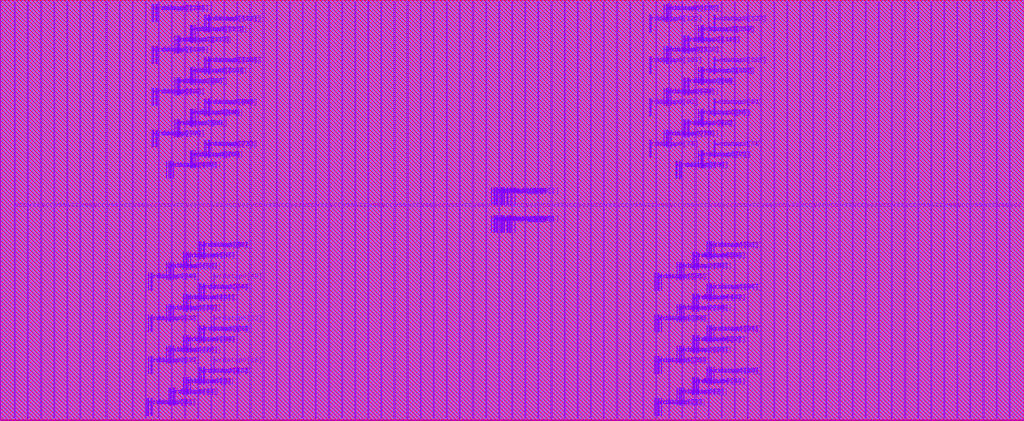
<source format=lef>
VERSION 5.8 ;
BUSBITCHARS "[]" ;
DIVIDERCHAR "/" ;

UNITS
  DATABASE MICRONS 4000 ;
END UNITS

MANUFACTURINGGRID 0.0005 ;

MACRO arf124b192e1r1w0cbbehcaa4acw
  CLASS BLOCK ;
  ORIGIN 0 0 ;
  FOREIGN arf124b192e1r1w0cbbehcaa4acw 0 0 ;
  SIZE 70.2 BY 28.8 ;
  PIN ckrdp0
    DIRECTION INPUT ;
    USE SIGNAL ;
    PORT
      LAYER m7 ;
        RECT 33.644 14.76 33.688 15.96 ;
    END
  END ckrdp0
  PIN ckwrp0
    DIRECTION INPUT ;
    USE SIGNAL ;
    PORT
      LAYER m7 ;
        RECT 33.644 12.84 33.688 14.04 ;
    END
  END ckwrp0
  PIN rdaddrp0[0]
    DIRECTION INPUT ;
    USE SIGNAL ;
    PORT
      LAYER m7 ;
        RECT 34.796 14.76 34.84 15.96 ;
    END
  END rdaddrp0[0]
  PIN rdaddrp0[1]
    DIRECTION INPUT ;
    USE SIGNAL ;
    PORT
      LAYER m7 ;
        RECT 34.972 14.76 35.016 15.96 ;
    END
  END rdaddrp0[1]
  PIN rdaddrp0[2]
    DIRECTION INPUT ;
    USE SIGNAL ;
    PORT
      LAYER m7 ;
        RECT 35.272 14.76 35.316 15.96 ;
    END
  END rdaddrp0[2]
  PIN rdaddrp0[3]
    DIRECTION INPUT ;
    USE SIGNAL ;
    PORT
      LAYER m7 ;
        RECT 33.812 14.76 33.856 15.96 ;
    END
  END rdaddrp0[3]
  PIN rdaddrp0[4]
    DIRECTION INPUT ;
    USE SIGNAL ;
    PORT
      LAYER m7 ;
        RECT 33.984 14.76 34.028 15.96 ;
    END
  END rdaddrp0[4]
  PIN rdaddrp0[5]
    DIRECTION INPUT ;
    USE SIGNAL ;
    PORT
      LAYER m7 ;
        RECT 34.284 14.76 34.328 15.96 ;
    END
  END rdaddrp0[5]
  PIN rdaddrp0[6]
    DIRECTION INPUT ;
    USE SIGNAL ;
    PORT
      LAYER m7 ;
        RECT 34.46 14.76 34.504 15.96 ;
    END
  END rdaddrp0[6]
  PIN rdaddrp0[7]
    DIRECTION INPUT ;
    USE SIGNAL ;
    PORT
      LAYER m7 ;
        RECT 34.712 14.76 34.756 15.96 ;
    END
  END rdaddrp0[7]
  PIN rdaddrp0_fd
    DIRECTION INPUT ;
    USE SIGNAL ;
    PORT
      LAYER m7 ;
        RECT 33.896 14.76 33.94 15.96 ;
    END
  END rdaddrp0_fd
  PIN rdaddrp0_rd
    DIRECTION INPUT ;
    USE SIGNAL ;
    PORT
      LAYER m7 ;
        RECT 34.072 14.76 34.116 15.96 ;
    END
  END rdaddrp0_rd
  PIN rddatap0[0]
    DIRECTION OUTPUT ;
    USE SIGNAL ;
    PORT
      LAYER m7 ;
        RECT 10.244 0.24 10.288 1.44 ;
    END
  END rddatap0[0]
  PIN rddatap0[100]
    DIRECTION OUTPUT ;
    USE SIGNAL ;
    PORT
      LAYER m7 ;
        RECT 13.112 23.04 13.156 24.24 ;
    END
  END rddatap0[100]
  PIN rddatap0[101]
    DIRECTION OUTPUT ;
    USE SIGNAL ;
    PORT
      LAYER m7 ;
        RECT 13.284 23.04 13.328 24.24 ;
    END
  END rddatap0[101]
  PIN rddatap0[102]
    DIRECTION OUTPUT ;
    USE SIGNAL ;
    PORT
      LAYER m7 ;
        RECT 48.128 23.04 48.172 24.24 ;
    END
  END rddatap0[102]
  PIN rddatap0[103]
    DIRECTION OUTPUT ;
    USE SIGNAL ;
    PORT
      LAYER m7 ;
        RECT 48.212 23.04 48.256 24.24 ;
    END
  END rddatap0[103]
  PIN rddatap0[104]
    DIRECTION OUTPUT ;
    USE SIGNAL ;
    PORT
      LAYER m7 ;
        RECT 14.184 23.76 14.228 24.96 ;
    END
  END rddatap0[104]
  PIN rddatap0[105]
    DIRECTION OUTPUT ;
    USE SIGNAL ;
    PORT
      LAYER m7 ;
        RECT 14.272 23.76 14.316 24.96 ;
    END
  END rddatap0[105]
  PIN rddatap0[106]
    DIRECTION OUTPUT ;
    USE SIGNAL ;
    PORT
      LAYER m7 ;
        RECT 44.528 23.76 44.572 24.96 ;
    END
  END rddatap0[106]
  PIN rddatap0[107]
    DIRECTION OUTPUT ;
    USE SIGNAL ;
    PORT
      LAYER m7 ;
        RECT 44.612 23.76 44.656 24.96 ;
    END
  END rddatap0[107]
  PIN rddatap0[108]
    DIRECTION OUTPUT ;
    USE SIGNAL ;
    PORT
      LAYER m7 ;
        RECT 10.584 24.48 10.628 25.68 ;
    END
  END rddatap0[108]
  PIN rddatap0[109]
    DIRECTION OUTPUT ;
    USE SIGNAL ;
    PORT
      LAYER m7 ;
        RECT 10.672 24.48 10.716 25.68 ;
    END
  END rddatap0[109]
  PIN rddatap0[10]
    DIRECTION OUTPUT ;
    USE SIGNAL ;
    PORT
      LAYER m7 ;
        RECT 47.784 1.68 47.828 2.88 ;
    END
  END rddatap0[10]
  PIN rddatap0[110]
    DIRECTION OUTPUT ;
    USE SIGNAL ;
    PORT
      LAYER m7 ;
        RECT 45.772 24.48 45.816 25.68 ;
    END
  END rddatap0[110]
  PIN rddatap0[111]
    DIRECTION OUTPUT ;
    USE SIGNAL ;
    PORT
      LAYER m7 ;
        RECT 45.984 24.48 46.028 25.68 ;
    END
  END rddatap0[111]
  PIN rddatap0[112]
    DIRECTION OUTPUT ;
    USE SIGNAL ;
    PORT
      LAYER m7 ;
        RECT 12.128 25.2 12.172 26.4 ;
    END
  END rddatap0[112]
  PIN rddatap0[113]
    DIRECTION OUTPUT ;
    USE SIGNAL ;
    PORT
      LAYER m7 ;
        RECT 12.212 25.2 12.256 26.4 ;
    END
  END rddatap0[113]
  PIN rddatap0[114]
    DIRECTION OUTPUT ;
    USE SIGNAL ;
    PORT
      LAYER m7 ;
        RECT 47.144 25.2 47.188 26.4 ;
    END
  END rddatap0[114]
  PIN rddatap0[115]
    DIRECTION OUTPUT ;
    USE SIGNAL ;
    PORT
      LAYER m7 ;
        RECT 47.228 25.2 47.272 26.4 ;
    END
  END rddatap0[115]
  PIN rddatap0[116]
    DIRECTION OUTPUT ;
    USE SIGNAL ;
    PORT
      LAYER m7 ;
        RECT 13.112 25.92 13.156 27.12 ;
    END
  END rddatap0[116]
  PIN rddatap0[117]
    DIRECTION OUTPUT ;
    USE SIGNAL ;
    PORT
      LAYER m7 ;
        RECT 13.284 25.92 13.328 27.12 ;
    END
  END rddatap0[117]
  PIN rddatap0[118]
    DIRECTION OUTPUT ;
    USE SIGNAL ;
    PORT
      LAYER m7 ;
        RECT 48.128 25.92 48.172 27.12 ;
    END
  END rddatap0[118]
  PIN rddatap0[119]
    DIRECTION OUTPUT ;
    USE SIGNAL ;
    PORT
      LAYER m7 ;
        RECT 48.212 25.92 48.256 27.12 ;
    END
  END rddatap0[119]
  PIN rddatap0[11]
    DIRECTION OUTPUT ;
    USE SIGNAL ;
    PORT
      LAYER m7 ;
        RECT 47.872 1.68 47.916 2.88 ;
    END
  END rddatap0[11]
  PIN rddatap0[120]
    DIRECTION OUTPUT ;
    USE SIGNAL ;
    PORT
      LAYER m7 ;
        RECT 14.184 26.64 14.228 27.84 ;
    END
  END rddatap0[120]
  PIN rddatap0[121]
    DIRECTION OUTPUT ;
    USE SIGNAL ;
    PORT
      LAYER m7 ;
        RECT 14.272 26.64 14.316 27.84 ;
    END
  END rddatap0[121]
  PIN rddatap0[122]
    DIRECTION OUTPUT ;
    USE SIGNAL ;
    PORT
      LAYER m7 ;
        RECT 44.528 26.64 44.572 27.84 ;
    END
  END rddatap0[122]
  PIN rddatap0[123]
    DIRECTION OUTPUT ;
    USE SIGNAL ;
    PORT
      LAYER m7 ;
        RECT 44.612 26.64 44.656 27.84 ;
    END
  END rddatap0[123]
  PIN rddatap0[124]
    DIRECTION OUTPUT ;
    USE SIGNAL ;
    PORT
      LAYER m7 ;
        RECT 10.584 27.36 10.628 28.56 ;
    END
  END rddatap0[124]
  PIN rddatap0[125]
    DIRECTION OUTPUT ;
    USE SIGNAL ;
    PORT
      LAYER m7 ;
        RECT 10.672 27.36 10.716 28.56 ;
    END
  END rddatap0[125]
  PIN rddatap0[126]
    DIRECTION OUTPUT ;
    USE SIGNAL ;
    PORT
      LAYER m7 ;
        RECT 45.772 27.36 45.816 28.56 ;
    END
  END rddatap0[126]
  PIN rddatap0[127]
    DIRECTION OUTPUT ;
    USE SIGNAL ;
    PORT
      LAYER m7 ;
        RECT 45.984 27.36 46.028 28.56 ;
    END
  END rddatap0[127]
  PIN rddatap0[12]
    DIRECTION OUTPUT ;
    USE SIGNAL ;
    PORT
      LAYER m7 ;
        RECT 13.844 2.4 13.888 3.6 ;
    END
  END rddatap0[12]
  PIN rddatap0[13]
    DIRECTION OUTPUT ;
    USE SIGNAL ;
    PORT
      LAYER m7 ;
        RECT 13.928 2.4 13.972 3.6 ;
    END
  END rddatap0[13]
  PIN rddatap0[14]
    DIRECTION OUTPUT ;
    USE SIGNAL ;
    PORT
      LAYER m7 ;
        RECT 48.772 2.4 48.816 3.6 ;
    END
  END rddatap0[14]
  PIN rddatap0[15]
    DIRECTION OUTPUT ;
    USE SIGNAL ;
    PORT
      LAYER m7 ;
        RECT 48.944 2.4 48.988 3.6 ;
    END
  END rddatap0[15]
  PIN rddatap0[16]
    DIRECTION OUTPUT ;
    USE SIGNAL ;
    PORT
      LAYER m7 ;
        RECT 10.244 3.12 10.288 4.32 ;
    END
  END rddatap0[16]
  PIN rddatap0[17]
    DIRECTION OUTPUT ;
    USE SIGNAL ;
    PORT
      LAYER m7 ;
        RECT 10.328 3.12 10.372 4.32 ;
    END
  END rddatap0[17]
  PIN rddatap0[18]
    DIRECTION OUTPUT ;
    USE SIGNAL ;
    PORT
      LAYER m7 ;
        RECT 45.172 3.12 45.216 4.32 ;
    END
  END rddatap0[18]
  PIN rddatap0[19]
    DIRECTION OUTPUT ;
    USE SIGNAL ;
    PORT
      LAYER m7 ;
        RECT 45.344 3.12 45.388 4.32 ;
    END
  END rddatap0[19]
  PIN rddatap0[1]
    DIRECTION OUTPUT ;
    USE SIGNAL ;
    PORT
      LAYER m7 ;
        RECT 10.328 0.24 10.372 1.44 ;
    END
  END rddatap0[1]
  PIN rddatap0[20]
    DIRECTION OUTPUT ;
    USE SIGNAL ;
    PORT
      LAYER m7 ;
        RECT 11.572 3.84 11.616 5.04 ;
    END
  END rddatap0[20]
  PIN rddatap0[21]
    DIRECTION OUTPUT ;
    USE SIGNAL ;
    PORT
      LAYER m7 ;
        RECT 11.784 3.84 11.828 5.04 ;
    END
  END rddatap0[21]
  PIN rddatap0[22]
    DIRECTION OUTPUT ;
    USE SIGNAL ;
    PORT
      LAYER m7 ;
        RECT 46.672 3.84 46.716 5.04 ;
    END
  END rddatap0[22]
  PIN rddatap0[23]
    DIRECTION OUTPUT ;
    USE SIGNAL ;
    PORT
      LAYER m7 ;
        RECT 46.884 3.84 46.928 5.04 ;
    END
  END rddatap0[23]
  PIN rddatap0[24]
    DIRECTION OUTPUT ;
    USE SIGNAL ;
    PORT
      LAYER m7 ;
        RECT 12.772 4.56 12.816 5.76 ;
    END
  END rddatap0[24]
  PIN rddatap0[25]
    DIRECTION OUTPUT ;
    USE SIGNAL ;
    PORT
      LAYER m7 ;
        RECT 12.944 4.56 12.988 5.76 ;
    END
  END rddatap0[25]
  PIN rddatap0[26]
    DIRECTION OUTPUT ;
    USE SIGNAL ;
    PORT
      LAYER m7 ;
        RECT 47.784 4.56 47.828 5.76 ;
    END
  END rddatap0[26]
  PIN rddatap0[27]
    DIRECTION OUTPUT ;
    USE SIGNAL ;
    PORT
      LAYER m7 ;
        RECT 47.872 4.56 47.916 5.76 ;
    END
  END rddatap0[27]
  PIN rddatap0[28]
    DIRECTION OUTPUT ;
    USE SIGNAL ;
    PORT
      LAYER m7 ;
        RECT 13.844 5.28 13.888 6.48 ;
    END
  END rddatap0[28]
  PIN rddatap0[29]
    DIRECTION OUTPUT ;
    USE SIGNAL ;
    PORT
      LAYER m7 ;
        RECT 13.928 5.28 13.972 6.48 ;
    END
  END rddatap0[29]
  PIN rddatap0[2]
    DIRECTION OUTPUT ;
    USE SIGNAL ;
    PORT
      LAYER m7 ;
        RECT 45.172 0.24 45.216 1.44 ;
    END
  END rddatap0[2]
  PIN rddatap0[30]
    DIRECTION OUTPUT ;
    USE SIGNAL ;
    PORT
      LAYER m7 ;
        RECT 48.772 5.28 48.816 6.48 ;
    END
  END rddatap0[30]
  PIN rddatap0[31]
    DIRECTION OUTPUT ;
    USE SIGNAL ;
    PORT
      LAYER m7 ;
        RECT 48.944 5.28 48.988 6.48 ;
    END
  END rddatap0[31]
  PIN rddatap0[32]
    DIRECTION OUTPUT ;
    USE SIGNAL ;
    PORT
      LAYER m7 ;
        RECT 10.244 6 10.288 7.2 ;
    END
  END rddatap0[32]
  PIN rddatap0[33]
    DIRECTION OUTPUT ;
    USE SIGNAL ;
    PORT
      LAYER m7 ;
        RECT 10.328 6 10.372 7.2 ;
    END
  END rddatap0[33]
  PIN rddatap0[34]
    DIRECTION OUTPUT ;
    USE SIGNAL ;
    PORT
      LAYER m7 ;
        RECT 45.172 6 45.216 7.2 ;
    END
  END rddatap0[34]
  PIN rddatap0[35]
    DIRECTION OUTPUT ;
    USE SIGNAL ;
    PORT
      LAYER m7 ;
        RECT 45.344 6 45.388 7.2 ;
    END
  END rddatap0[35]
  PIN rddatap0[36]
    DIRECTION OUTPUT ;
    USE SIGNAL ;
    PORT
      LAYER m7 ;
        RECT 11.572 6.72 11.616 7.92 ;
    END
  END rddatap0[36]
  PIN rddatap0[37]
    DIRECTION OUTPUT ;
    USE SIGNAL ;
    PORT
      LAYER m7 ;
        RECT 11.784 6.72 11.828 7.92 ;
    END
  END rddatap0[37]
  PIN rddatap0[38]
    DIRECTION OUTPUT ;
    USE SIGNAL ;
    PORT
      LAYER m7 ;
        RECT 46.672 6.72 46.716 7.92 ;
    END
  END rddatap0[38]
  PIN rddatap0[39]
    DIRECTION OUTPUT ;
    USE SIGNAL ;
    PORT
      LAYER m7 ;
        RECT 46.884 6.72 46.928 7.92 ;
    END
  END rddatap0[39]
  PIN rddatap0[3]
    DIRECTION OUTPUT ;
    USE SIGNAL ;
    PORT
      LAYER m7 ;
        RECT 45.344 0.24 45.388 1.44 ;
    END
  END rddatap0[3]
  PIN rddatap0[40]
    DIRECTION OUTPUT ;
    USE SIGNAL ;
    PORT
      LAYER m7 ;
        RECT 12.772 7.44 12.816 8.64 ;
    END
  END rddatap0[40]
  PIN rddatap0[41]
    DIRECTION OUTPUT ;
    USE SIGNAL ;
    PORT
      LAYER m7 ;
        RECT 12.944 7.44 12.988 8.64 ;
    END
  END rddatap0[41]
  PIN rddatap0[42]
    DIRECTION OUTPUT ;
    USE SIGNAL ;
    PORT
      LAYER m7 ;
        RECT 47.784 7.44 47.828 8.64 ;
    END
  END rddatap0[42]
  PIN rddatap0[43]
    DIRECTION OUTPUT ;
    USE SIGNAL ;
    PORT
      LAYER m7 ;
        RECT 47.872 7.44 47.916 8.64 ;
    END
  END rddatap0[43]
  PIN rddatap0[44]
    DIRECTION OUTPUT ;
    USE SIGNAL ;
    PORT
      LAYER m7 ;
        RECT 13.844 8.16 13.888 9.36 ;
    END
  END rddatap0[44]
  PIN rddatap0[45]
    DIRECTION OUTPUT ;
    USE SIGNAL ;
    PORT
      LAYER m7 ;
        RECT 13.928 8.16 13.972 9.36 ;
    END
  END rddatap0[45]
  PIN rddatap0[46]
    DIRECTION OUTPUT ;
    USE SIGNAL ;
    PORT
      LAYER m7 ;
        RECT 48.772 8.16 48.816 9.36 ;
    END
  END rddatap0[46]
  PIN rddatap0[47]
    DIRECTION OUTPUT ;
    USE SIGNAL ;
    PORT
      LAYER m7 ;
        RECT 48.944 8.16 48.988 9.36 ;
    END
  END rddatap0[47]
  PIN rddatap0[48]
    DIRECTION OUTPUT ;
    USE SIGNAL ;
    PORT
      LAYER m7 ;
        RECT 10.244 8.88 10.288 10.08 ;
    END
  END rddatap0[48]
  PIN rddatap0[49]
    DIRECTION OUTPUT ;
    USE SIGNAL ;
    PORT
      LAYER m7 ;
        RECT 10.328 8.88 10.372 10.08 ;
    END
  END rddatap0[49]
  PIN rddatap0[4]
    DIRECTION OUTPUT ;
    USE SIGNAL ;
    PORT
      LAYER m7 ;
        RECT 11.784 0.96 11.828 2.16 ;
    END
  END rddatap0[4]
  PIN rddatap0[50]
    DIRECTION OUTPUT ;
    USE SIGNAL ;
    PORT
      LAYER m7 ;
        RECT 45.172 8.88 45.216 10.08 ;
    END
  END rddatap0[50]
  PIN rddatap0[51]
    DIRECTION OUTPUT ;
    USE SIGNAL ;
    PORT
      LAYER m7 ;
        RECT 45.344 8.88 45.388 10.08 ;
    END
  END rddatap0[51]
  PIN rddatap0[52]
    DIRECTION OUTPUT ;
    USE SIGNAL ;
    PORT
      LAYER m7 ;
        RECT 11.572 9.6 11.616 10.8 ;
    END
  END rddatap0[52]
  PIN rddatap0[53]
    DIRECTION OUTPUT ;
    USE SIGNAL ;
    PORT
      LAYER m7 ;
        RECT 11.784 9.6 11.828 10.8 ;
    END
  END rddatap0[53]
  PIN rddatap0[54]
    DIRECTION OUTPUT ;
    USE SIGNAL ;
    PORT
      LAYER m7 ;
        RECT 46.672 9.6 46.716 10.8 ;
    END
  END rddatap0[54]
  PIN rddatap0[55]
    DIRECTION OUTPUT ;
    USE SIGNAL ;
    PORT
      LAYER m7 ;
        RECT 46.884 9.6 46.928 10.8 ;
    END
  END rddatap0[55]
  PIN rddatap0[56]
    DIRECTION OUTPUT ;
    USE SIGNAL ;
    PORT
      LAYER m7 ;
        RECT 12.772 10.32 12.816 11.52 ;
    END
  END rddatap0[56]
  PIN rddatap0[57]
    DIRECTION OUTPUT ;
    USE SIGNAL ;
    PORT
      LAYER m7 ;
        RECT 12.944 10.32 12.988 11.52 ;
    END
  END rddatap0[57]
  PIN rddatap0[58]
    DIRECTION OUTPUT ;
    USE SIGNAL ;
    PORT
      LAYER m7 ;
        RECT 47.784 10.32 47.828 11.52 ;
    END
  END rddatap0[58]
  PIN rddatap0[59]
    DIRECTION OUTPUT ;
    USE SIGNAL ;
    PORT
      LAYER m7 ;
        RECT 47.872 10.32 47.916 11.52 ;
    END
  END rddatap0[59]
  PIN rddatap0[5]
    DIRECTION OUTPUT ;
    USE SIGNAL ;
    PORT
      LAYER m7 ;
        RECT 11.872 0.96 11.916 2.16 ;
    END
  END rddatap0[5]
  PIN rddatap0[60]
    DIRECTION OUTPUT ;
    USE SIGNAL ;
    PORT
      LAYER m7 ;
        RECT 13.844 11.04 13.888 12.24 ;
    END
  END rddatap0[60]
  PIN rddatap0[61]
    DIRECTION OUTPUT ;
    USE SIGNAL ;
    PORT
      LAYER m7 ;
        RECT 13.928 11.04 13.972 12.24 ;
    END
  END rddatap0[61]
  PIN rddatap0[62]
    DIRECTION OUTPUT ;
    USE SIGNAL ;
    PORT
      LAYER m7 ;
        RECT 48.772 11.04 48.816 12.24 ;
    END
  END rddatap0[62]
  PIN rddatap0[63]
    DIRECTION OUTPUT ;
    USE SIGNAL ;
    PORT
      LAYER m7 ;
        RECT 48.944 11.04 48.988 12.24 ;
    END
  END rddatap0[63]
  PIN rddatap0[64]
    DIRECTION OUTPUT ;
    USE SIGNAL ;
    PORT
      LAYER m7 ;
        RECT 11.572 16.56 11.616 17.76 ;
    END
  END rddatap0[64]
  PIN rddatap0[65]
    DIRECTION OUTPUT ;
    USE SIGNAL ;
    PORT
      LAYER m7 ;
        RECT 11.784 16.56 11.828 17.76 ;
    END
  END rddatap0[65]
  PIN rddatap0[66]
    DIRECTION OUTPUT ;
    USE SIGNAL ;
    PORT
      LAYER m7 ;
        RECT 46.584 16.56 46.628 17.76 ;
    END
  END rddatap0[66]
  PIN rddatap0[67]
    DIRECTION OUTPUT ;
    USE SIGNAL ;
    PORT
      LAYER m7 ;
        RECT 46.672 16.56 46.716 17.76 ;
    END
  END rddatap0[67]
  PIN rddatap0[68]
    DIRECTION OUTPUT ;
    USE SIGNAL ;
    PORT
      LAYER m7 ;
        RECT 13.112 17.28 13.156 18.48 ;
    END
  END rddatap0[68]
  PIN rddatap0[69]
    DIRECTION OUTPUT ;
    USE SIGNAL ;
    PORT
      LAYER m7 ;
        RECT 13.284 17.28 13.328 18.48 ;
    END
  END rddatap0[69]
  PIN rddatap0[6]
    DIRECTION OUTPUT ;
    USE SIGNAL ;
    PORT
      LAYER m7 ;
        RECT 46.672 0.96 46.716 2.16 ;
    END
  END rddatap0[6]
  PIN rddatap0[70]
    DIRECTION OUTPUT ;
    USE SIGNAL ;
    PORT
      LAYER m7 ;
        RECT 48.128 17.28 48.172 18.48 ;
    END
  END rddatap0[70]
  PIN rddatap0[71]
    DIRECTION OUTPUT ;
    USE SIGNAL ;
    PORT
      LAYER m7 ;
        RECT 48.212 17.28 48.256 18.48 ;
    END
  END rddatap0[71]
  PIN rddatap0[72]
    DIRECTION OUTPUT ;
    USE SIGNAL ;
    PORT
      LAYER m7 ;
        RECT 14.184 18 14.228 19.2 ;
    END
  END rddatap0[72]
  PIN rddatap0[73]
    DIRECTION OUTPUT ;
    USE SIGNAL ;
    PORT
      LAYER m7 ;
        RECT 14.272 18 14.316 19.2 ;
    END
  END rddatap0[73]
  PIN rddatap0[74]
    DIRECTION OUTPUT ;
    USE SIGNAL ;
    PORT
      LAYER m7 ;
        RECT 44.528 18 44.572 19.2 ;
    END
  END rddatap0[74]
  PIN rddatap0[75]
    DIRECTION OUTPUT ;
    USE SIGNAL ;
    PORT
      LAYER m7 ;
        RECT 44.612 18 44.656 19.2 ;
    END
  END rddatap0[75]
  PIN rddatap0[76]
    DIRECTION OUTPUT ;
    USE SIGNAL ;
    PORT
      LAYER m7 ;
        RECT 10.584 18.72 10.628 19.92 ;
    END
  END rddatap0[76]
  PIN rddatap0[77]
    DIRECTION OUTPUT ;
    USE SIGNAL ;
    PORT
      LAYER m7 ;
        RECT 10.672 18.72 10.716 19.92 ;
    END
  END rddatap0[77]
  PIN rddatap0[78]
    DIRECTION OUTPUT ;
    USE SIGNAL ;
    PORT
      LAYER m7 ;
        RECT 45.772 18.72 45.816 19.92 ;
    END
  END rddatap0[78]
  PIN rddatap0[79]
    DIRECTION OUTPUT ;
    USE SIGNAL ;
    PORT
      LAYER m7 ;
        RECT 45.984 18.72 46.028 19.92 ;
    END
  END rddatap0[79]
  PIN rddatap0[7]
    DIRECTION OUTPUT ;
    USE SIGNAL ;
    PORT
      LAYER m7 ;
        RECT 46.884 0.96 46.928 2.16 ;
    END
  END rddatap0[7]
  PIN rddatap0[80]
    DIRECTION OUTPUT ;
    USE SIGNAL ;
    PORT
      LAYER m7 ;
        RECT 12.128 19.44 12.172 20.64 ;
    END
  END rddatap0[80]
  PIN rddatap0[81]
    DIRECTION OUTPUT ;
    USE SIGNAL ;
    PORT
      LAYER m7 ;
        RECT 12.212 19.44 12.256 20.64 ;
    END
  END rddatap0[81]
  PIN rddatap0[82]
    DIRECTION OUTPUT ;
    USE SIGNAL ;
    PORT
      LAYER m7 ;
        RECT 47.144 19.44 47.188 20.64 ;
    END
  END rddatap0[82]
  PIN rddatap0[83]
    DIRECTION OUTPUT ;
    USE SIGNAL ;
    PORT
      LAYER m7 ;
        RECT 47.228 19.44 47.272 20.64 ;
    END
  END rddatap0[83]
  PIN rddatap0[84]
    DIRECTION OUTPUT ;
    USE SIGNAL ;
    PORT
      LAYER m7 ;
        RECT 13.112 20.16 13.156 21.36 ;
    END
  END rddatap0[84]
  PIN rddatap0[85]
    DIRECTION OUTPUT ;
    USE SIGNAL ;
    PORT
      LAYER m7 ;
        RECT 13.284 20.16 13.328 21.36 ;
    END
  END rddatap0[85]
  PIN rddatap0[86]
    DIRECTION OUTPUT ;
    USE SIGNAL ;
    PORT
      LAYER m7 ;
        RECT 48.128 20.16 48.172 21.36 ;
    END
  END rddatap0[86]
  PIN rddatap0[87]
    DIRECTION OUTPUT ;
    USE SIGNAL ;
    PORT
      LAYER m7 ;
        RECT 48.212 20.16 48.256 21.36 ;
    END
  END rddatap0[87]
  PIN rddatap0[88]
    DIRECTION OUTPUT ;
    USE SIGNAL ;
    PORT
      LAYER m7 ;
        RECT 14.184 20.88 14.228 22.08 ;
    END
  END rddatap0[88]
  PIN rddatap0[89]
    DIRECTION OUTPUT ;
    USE SIGNAL ;
    PORT
      LAYER m7 ;
        RECT 14.272 20.88 14.316 22.08 ;
    END
  END rddatap0[89]
  PIN rddatap0[8]
    DIRECTION OUTPUT ;
    USE SIGNAL ;
    PORT
      LAYER m7 ;
        RECT 12.772 1.68 12.816 2.88 ;
    END
  END rddatap0[8]
  PIN rddatap0[90]
    DIRECTION OUTPUT ;
    USE SIGNAL ;
    PORT
      LAYER m7 ;
        RECT 44.528 20.88 44.572 22.08 ;
    END
  END rddatap0[90]
  PIN rddatap0[91]
    DIRECTION OUTPUT ;
    USE SIGNAL ;
    PORT
      LAYER m7 ;
        RECT 44.612 20.88 44.656 22.08 ;
    END
  END rddatap0[91]
  PIN rddatap0[92]
    DIRECTION OUTPUT ;
    USE SIGNAL ;
    PORT
      LAYER m7 ;
        RECT 10.584 21.6 10.628 22.8 ;
    END
  END rddatap0[92]
  PIN rddatap0[93]
    DIRECTION OUTPUT ;
    USE SIGNAL ;
    PORT
      LAYER m7 ;
        RECT 10.672 21.6 10.716 22.8 ;
    END
  END rddatap0[93]
  PIN rddatap0[94]
    DIRECTION OUTPUT ;
    USE SIGNAL ;
    PORT
      LAYER m7 ;
        RECT 45.772 21.6 45.816 22.8 ;
    END
  END rddatap0[94]
  PIN rddatap0[95]
    DIRECTION OUTPUT ;
    USE SIGNAL ;
    PORT
      LAYER m7 ;
        RECT 45.984 21.6 46.028 22.8 ;
    END
  END rddatap0[95]
  PIN rddatap0[96]
    DIRECTION OUTPUT ;
    USE SIGNAL ;
    PORT
      LAYER m7 ;
        RECT 12.128 22.32 12.172 23.52 ;
    END
  END rddatap0[96]
  PIN rddatap0[97]
    DIRECTION OUTPUT ;
    USE SIGNAL ;
    PORT
      LAYER m7 ;
        RECT 12.212 22.32 12.256 23.52 ;
    END
  END rddatap0[97]
  PIN rddatap0[98]
    DIRECTION OUTPUT ;
    USE SIGNAL ;
    PORT
      LAYER m7 ;
        RECT 47.144 22.32 47.188 23.52 ;
    END
  END rddatap0[98]
  PIN rddatap0[99]
    DIRECTION OUTPUT ;
    USE SIGNAL ;
    PORT
      LAYER m7 ;
        RECT 47.228 22.32 47.272 23.52 ;
    END
  END rddatap0[99]
  PIN rddatap0[9]
    DIRECTION OUTPUT ;
    USE SIGNAL ;
    PORT
      LAYER m7 ;
        RECT 12.944 1.68 12.988 2.88 ;
    END
  END rddatap0[9]
  PIN rdenp0
    DIRECTION INPUT ;
    USE SIGNAL ;
    PORT
      LAYER m7 ;
        RECT 34.372 14.76 34.416 15.96 ;
    END
  END rdenp0
  PIN sdl_initp0
    DIRECTION INPUT ;
    USE SIGNAL ;
    PORT
      LAYER m7 ;
        RECT 34.544 14.76 34.588 15.96 ;
    END
  END sdl_initp0
  PIN vcc
    DIRECTION INPUT ;
    USE POWER ;
    PORT
      LAYER m7 ;
        RECT 69.262 0.06 69.338 28.74 ;
    END
    PORT
      LAYER m7 ;
        RECT 67.462 0.06 67.538 28.74 ;
    END
    PORT
      LAYER m7 ;
        RECT 65.662 0.06 65.738 28.74 ;
    END
    PORT
      LAYER m7 ;
        RECT 63.862 0.06 63.938 28.74 ;
    END
    PORT
      LAYER m7 ;
        RECT 62.062 0.06 62.138 28.74 ;
    END
    PORT
      LAYER m7 ;
        RECT 60.262 0.06 60.338 28.74 ;
    END
    PORT
      LAYER m7 ;
        RECT 58.462 0.06 58.538 28.74 ;
    END
    PORT
      LAYER m7 ;
        RECT 56.662 0.06 56.738 28.74 ;
    END
    PORT
      LAYER m7 ;
        RECT 54.862 0.06 54.938 28.74 ;
    END
    PORT
      LAYER m7 ;
        RECT 53.062 0.06 53.138 28.74 ;
    END
    PORT
      LAYER m7 ;
        RECT 51.262 0.06 51.338 28.74 ;
    END
    PORT
      LAYER m7 ;
        RECT 49.462 0.06 49.538 28.74 ;
    END
    PORT
      LAYER m7 ;
        RECT 47.662 0.06 47.738 28.74 ;
    END
    PORT
      LAYER m7 ;
        RECT 45.862 0.06 45.938 28.74 ;
    END
    PORT
      LAYER m7 ;
        RECT 44.062 0.06 44.138 28.74 ;
    END
    PORT
      LAYER m7 ;
        RECT 42.262 0.06 42.338 28.74 ;
    END
    PORT
      LAYER m7 ;
        RECT 40.462 0.06 40.538 28.74 ;
    END
    PORT
      LAYER m7 ;
        RECT 38.662 0.06 38.738 28.74 ;
    END
    PORT
      LAYER m7 ;
        RECT 36.862 0.06 36.938 28.74 ;
    END
    PORT
      LAYER m7 ;
        RECT 35.062 0.06 35.138 28.74 ;
    END
    PORT
      LAYER m7 ;
        RECT 33.262 0.06 33.338 28.74 ;
    END
    PORT
      LAYER m7 ;
        RECT 31.462 0.06 31.538 28.74 ;
    END
    PORT
      LAYER m7 ;
        RECT 29.662 0.06 29.738 28.74 ;
    END
    PORT
      LAYER m7 ;
        RECT 27.862 0.06 27.938 28.74 ;
    END
    PORT
      LAYER m7 ;
        RECT 26.062 0.06 26.138 28.74 ;
    END
    PORT
      LAYER m7 ;
        RECT 24.262 0.06 24.338 28.74 ;
    END
    PORT
      LAYER m7 ;
        RECT 22.462 0.06 22.538 28.74 ;
    END
    PORT
      LAYER m7 ;
        RECT 20.662 0.06 20.738 28.74 ;
    END
    PORT
      LAYER m7 ;
        RECT 18.862 0.06 18.938 28.74 ;
    END
    PORT
      LAYER m7 ;
        RECT 17.062 0.06 17.138 28.74 ;
    END
    PORT
      LAYER m7 ;
        RECT 15.262 0.06 15.338 28.74 ;
    END
    PORT
      LAYER m7 ;
        RECT 13.462 0.06 13.538 28.74 ;
    END
    PORT
      LAYER m7 ;
        RECT 11.662 0.06 11.738 28.74 ;
    END
    PORT
      LAYER m7 ;
        RECT 9.862 0.06 9.938 28.74 ;
    END
    PORT
      LAYER m7 ;
        RECT 8.062 0.06 8.138 28.74 ;
    END
    PORT
      LAYER m7 ;
        RECT 6.262 0.06 6.338 28.74 ;
    END
    PORT
      LAYER m7 ;
        RECT 4.462 0.06 4.538 28.74 ;
    END
    PORT
      LAYER m7 ;
        RECT 2.662 0.06 2.738 28.74 ;
    END
    PORT
      LAYER m7 ;
        RECT 0.862 0.06 0.938 28.74 ;
    END
  END vcc
  PIN vss
    DIRECTION INOUT ;
    USE GROUND ;
    PORT
      LAYER m7 ;
        RECT 68.362 0.06 68.438 28.74 ;
    END
    PORT
      LAYER m7 ;
        RECT 66.562 0.06 66.638 28.74 ;
    END
    PORT
      LAYER m7 ;
        RECT 64.762 0.06 64.838 28.74 ;
    END
    PORT
      LAYER m7 ;
        RECT 62.962 0.06 63.038 28.74 ;
    END
    PORT
      LAYER m7 ;
        RECT 61.162 0.06 61.238 28.74 ;
    END
    PORT
      LAYER m7 ;
        RECT 59.362 0.06 59.438 28.74 ;
    END
    PORT
      LAYER m7 ;
        RECT 57.562 0.06 57.638 28.74 ;
    END
    PORT
      LAYER m7 ;
        RECT 55.762 0.06 55.838 28.74 ;
    END
    PORT
      LAYER m7 ;
        RECT 53.962 0.06 54.038 28.74 ;
    END
    PORT
      LAYER m7 ;
        RECT 52.162 0.06 52.238 28.74 ;
    END
    PORT
      LAYER m7 ;
        RECT 50.362 0.06 50.438 28.74 ;
    END
    PORT
      LAYER m7 ;
        RECT 48.562 0.06 48.638 28.74 ;
    END
    PORT
      LAYER m7 ;
        RECT 46.762 0.06 46.838 28.74 ;
    END
    PORT
      LAYER m7 ;
        RECT 44.962 0.06 45.038 28.74 ;
    END
    PORT
      LAYER m7 ;
        RECT 43.162 0.06 43.238 28.74 ;
    END
    PORT
      LAYER m7 ;
        RECT 41.362 0.06 41.438 28.74 ;
    END
    PORT
      LAYER m7 ;
        RECT 39.562 0.06 39.638 28.74 ;
    END
    PORT
      LAYER m7 ;
        RECT 37.762 0.06 37.838 28.74 ;
    END
    PORT
      LAYER m7 ;
        RECT 35.962 0.06 36.038 28.74 ;
    END
    PORT
      LAYER m7 ;
        RECT 34.162 0.06 34.238 28.74 ;
    END
    PORT
      LAYER m7 ;
        RECT 32.362 0.06 32.438 28.74 ;
    END
    PORT
      LAYER m7 ;
        RECT 30.562 0.06 30.638 28.74 ;
    END
    PORT
      LAYER m7 ;
        RECT 28.762 0.06 28.838 28.74 ;
    END
    PORT
      LAYER m7 ;
        RECT 26.962 0.06 27.038 28.74 ;
    END
    PORT
      LAYER m7 ;
        RECT 25.162 0.06 25.238 28.74 ;
    END
    PORT
      LAYER m7 ;
        RECT 23.362 0.06 23.438 28.74 ;
    END
    PORT
      LAYER m7 ;
        RECT 21.562 0.06 21.638 28.74 ;
    END
    PORT
      LAYER m7 ;
        RECT 19.762 0.06 19.838 28.74 ;
    END
    PORT
      LAYER m7 ;
        RECT 17.962 0.06 18.038 28.74 ;
    END
    PORT
      LAYER m7 ;
        RECT 16.162 0.06 16.238 28.74 ;
    END
    PORT
      LAYER m7 ;
        RECT 14.362 0.06 14.438 28.74 ;
    END
    PORT
      LAYER m7 ;
        RECT 12.562 0.06 12.638 28.74 ;
    END
    PORT
      LAYER m7 ;
        RECT 10.762 0.06 10.838 28.74 ;
    END
    PORT
      LAYER m7 ;
        RECT 8.962 0.06 9.038 28.74 ;
    END
    PORT
      LAYER m7 ;
        RECT 7.162 0.06 7.238 28.74 ;
    END
    PORT
      LAYER m7 ;
        RECT 5.362 0.06 5.438 28.74 ;
    END
    PORT
      LAYER m7 ;
        RECT 3.562 0.06 3.638 28.74 ;
    END
    PORT
      LAYER m7 ;
        RECT 1.762 0.06 1.838 28.74 ;
    END
  END vss
  PIN wraddrp0[0]
    DIRECTION INPUT ;
    USE SIGNAL ;
    PORT
      LAYER m7 ;
        RECT 34.972 12.84 35.016 14.04 ;
    END
  END wraddrp0[0]
  PIN wraddrp0[1]
    DIRECTION INPUT ;
    USE SIGNAL ;
    PORT
      LAYER m7 ;
        RECT 35.272 12.84 35.316 14.04 ;
    END
  END wraddrp0[1]
  PIN wraddrp0[2]
    DIRECTION INPUT ;
    USE SIGNAL ;
    PORT
      LAYER m7 ;
        RECT 33.812 12.84 33.856 14.04 ;
    END
  END wraddrp0[2]
  PIN wraddrp0[3]
    DIRECTION INPUT ;
    USE SIGNAL ;
    PORT
      LAYER m7 ;
        RECT 33.984 12.84 34.028 14.04 ;
    END
  END wraddrp0[3]
  PIN wraddrp0[4]
    DIRECTION INPUT ;
    USE SIGNAL ;
    PORT
      LAYER m7 ;
        RECT 34.284 12.84 34.328 14.04 ;
    END
  END wraddrp0[4]
  PIN wraddrp0[5]
    DIRECTION INPUT ;
    USE SIGNAL ;
    PORT
      LAYER m7 ;
        RECT 34.46 12.84 34.504 14.04 ;
    END
  END wraddrp0[5]
  PIN wraddrp0[6]
    DIRECTION INPUT ;
    USE SIGNAL ;
    PORT
      LAYER m7 ;
        RECT 34.712 12.84 34.756 14.04 ;
    END
  END wraddrp0[6]
  PIN wraddrp0[7]
    DIRECTION INPUT ;
    USE SIGNAL ;
    PORT
      LAYER m7 ;
        RECT 34.884 12.84 34.928 14.04 ;
    END
  END wraddrp0[7]
  PIN wraddrp0_fd
    DIRECTION INPUT ;
    USE SIGNAL ;
    PORT
      LAYER m7 ;
        RECT 33.896 12.84 33.94 14.04 ;
    END
  END wraddrp0_fd
  PIN wraddrp0_rd
    DIRECTION INPUT ;
    USE SIGNAL ;
    PORT
      LAYER m7 ;
        RECT 34.072 12.84 34.116 14.04 ;
    END
  END wraddrp0_rd
  PIN wrdatap0[0]
    DIRECTION INPUT ;
    USE SIGNAL ;
    PORT
      LAYER m7 ;
        RECT 9.984 0.24 10.028 1.44 ;
    END
  END wrdatap0[0]
  PIN wrdatap0[100]
    DIRECTION INPUT ;
    USE SIGNAL ;
    PORT
      LAYER m7 ;
        RECT 12.944 23.04 12.988 24.24 ;
    END
  END wrdatap0[100]
  PIN wrdatap0[101]
    DIRECTION INPUT ;
    USE SIGNAL ;
    PORT
      LAYER m7 ;
        RECT 13.028 23.04 13.072 24.24 ;
    END
  END wrdatap0[101]
  PIN wrdatap0[102]
    DIRECTION INPUT ;
    USE SIGNAL ;
    PORT
      LAYER m7 ;
        RECT 47.872 23.04 47.916 24.24 ;
    END
  END wrdatap0[102]
  PIN wrdatap0[103]
    DIRECTION INPUT ;
    USE SIGNAL ;
    PORT
      LAYER m7 ;
        RECT 48.044 23.04 48.088 24.24 ;
    END
  END wrdatap0[103]
  PIN wrdatap0[104]
    DIRECTION INPUT ;
    USE SIGNAL ;
    PORT
      LAYER m7 ;
        RECT 13.928 23.76 13.972 24.96 ;
    END
  END wrdatap0[104]
  PIN wrdatap0[105]
    DIRECTION INPUT ;
    USE SIGNAL ;
    PORT
      LAYER m7 ;
        RECT 14.012 23.76 14.056 24.96 ;
    END
  END wrdatap0[105]
  PIN wrdatap0[106]
    DIRECTION INPUT ;
    USE SIGNAL ;
    PORT
      LAYER m7 ;
        RECT 48.944 23.76 48.988 24.96 ;
    END
  END wrdatap0[106]
  PIN wrdatap0[107]
    DIRECTION INPUT ;
    USE SIGNAL ;
    PORT
      LAYER m7 ;
        RECT 49.028 23.76 49.072 24.96 ;
    END
  END wrdatap0[107]
  PIN wrdatap0[108]
    DIRECTION INPUT ;
    USE SIGNAL ;
    PORT
      LAYER m7 ;
        RECT 10.328 24.48 10.372 25.68 ;
    END
  END wrdatap0[108]
  PIN wrdatap0[109]
    DIRECTION INPUT ;
    USE SIGNAL ;
    PORT
      LAYER m7 ;
        RECT 10.412 24.48 10.456 25.68 ;
    END
  END wrdatap0[109]
  PIN wrdatap0[10]
    DIRECTION INPUT ;
    USE SIGNAL ;
    PORT
      LAYER m7 ;
        RECT 47.484 1.68 47.528 2.88 ;
    END
  END wrdatap0[10]
  PIN wrdatap0[110]
    DIRECTION INPUT ;
    USE SIGNAL ;
    PORT
      LAYER m7 ;
        RECT 45.512 24.48 45.556 25.68 ;
    END
  END wrdatap0[110]
  PIN wrdatap0[111]
    DIRECTION INPUT ;
    USE SIGNAL ;
    PORT
      LAYER m7 ;
        RECT 45.684 24.48 45.728 25.68 ;
    END
  END wrdatap0[111]
  PIN wrdatap0[112]
    DIRECTION INPUT ;
    USE SIGNAL ;
    PORT
      LAYER m7 ;
        RECT 11.872 25.2 11.916 26.4 ;
    END
  END wrdatap0[112]
  PIN wrdatap0[113]
    DIRECTION INPUT ;
    USE SIGNAL ;
    PORT
      LAYER m7 ;
        RECT 12.044 25.2 12.088 26.4 ;
    END
  END wrdatap0[113]
  PIN wrdatap0[114]
    DIRECTION INPUT ;
    USE SIGNAL ;
    PORT
      LAYER m7 ;
        RECT 46.884 25.2 46.928 26.4 ;
    END
  END wrdatap0[114]
  PIN wrdatap0[115]
    DIRECTION INPUT ;
    USE SIGNAL ;
    PORT
      LAYER m7 ;
        RECT 46.972 25.2 47.016 26.4 ;
    END
  END wrdatap0[115]
  PIN wrdatap0[116]
    DIRECTION INPUT ;
    USE SIGNAL ;
    PORT
      LAYER m7 ;
        RECT 12.944 25.92 12.988 27.12 ;
    END
  END wrdatap0[116]
  PIN wrdatap0[117]
    DIRECTION INPUT ;
    USE SIGNAL ;
    PORT
      LAYER m7 ;
        RECT 13.028 25.92 13.072 27.12 ;
    END
  END wrdatap0[117]
  PIN wrdatap0[118]
    DIRECTION INPUT ;
    USE SIGNAL ;
    PORT
      LAYER m7 ;
        RECT 47.872 25.92 47.916 27.12 ;
    END
  END wrdatap0[118]
  PIN wrdatap0[119]
    DIRECTION INPUT ;
    USE SIGNAL ;
    PORT
      LAYER m7 ;
        RECT 48.044 25.92 48.088 27.12 ;
    END
  END wrdatap0[119]
  PIN wrdatap0[11]
    DIRECTION INPUT ;
    USE SIGNAL ;
    PORT
      LAYER m7 ;
        RECT 47.572 1.68 47.616 2.88 ;
    END
  END wrdatap0[11]
  PIN wrdatap0[120]
    DIRECTION INPUT ;
    USE SIGNAL ;
    PORT
      LAYER m7 ;
        RECT 13.928 26.64 13.972 27.84 ;
    END
  END wrdatap0[120]
  PIN wrdatap0[121]
    DIRECTION INPUT ;
    USE SIGNAL ;
    PORT
      LAYER m7 ;
        RECT 14.012 26.64 14.056 27.84 ;
    END
  END wrdatap0[121]
  PIN wrdatap0[122]
    DIRECTION INPUT ;
    USE SIGNAL ;
    PORT
      LAYER m7 ;
        RECT 48.944 26.64 48.988 27.84 ;
    END
  END wrdatap0[122]
  PIN wrdatap0[123]
    DIRECTION INPUT ;
    USE SIGNAL ;
    PORT
      LAYER m7 ;
        RECT 49.028 26.64 49.072 27.84 ;
    END
  END wrdatap0[123]
  PIN wrdatap0[124]
    DIRECTION INPUT ;
    USE SIGNAL ;
    PORT
      LAYER m7 ;
        RECT 10.328 27.36 10.372 28.56 ;
    END
  END wrdatap0[124]
  PIN wrdatap0[125]
    DIRECTION INPUT ;
    USE SIGNAL ;
    PORT
      LAYER m7 ;
        RECT 10.412 27.36 10.456 28.56 ;
    END
  END wrdatap0[125]
  PIN wrdatap0[126]
    DIRECTION INPUT ;
    USE SIGNAL ;
    PORT
      LAYER m7 ;
        RECT 45.512 27.36 45.556 28.56 ;
    END
  END wrdatap0[126]
  PIN wrdatap0[127]
    DIRECTION INPUT ;
    USE SIGNAL ;
    PORT
      LAYER m7 ;
        RECT 45.684 27.36 45.728 28.56 ;
    END
  END wrdatap0[127]
  PIN wrdatap0[12]
    DIRECTION INPUT ;
    USE SIGNAL ;
    PORT
      LAYER m7 ;
        RECT 13.584 2.4 13.628 3.6 ;
    END
  END wrdatap0[12]
  PIN wrdatap0[13]
    DIRECTION INPUT ;
    USE SIGNAL ;
    PORT
      LAYER m7 ;
        RECT 13.672 2.4 13.716 3.6 ;
    END
  END wrdatap0[13]
  PIN wrdatap0[14]
    DIRECTION INPUT ;
    USE SIGNAL ;
    PORT
      LAYER m7 ;
        RECT 48.472 2.4 48.516 3.6 ;
    END
  END wrdatap0[14]
  PIN wrdatap0[15]
    DIRECTION INPUT ;
    USE SIGNAL ;
    PORT
      LAYER m7 ;
        RECT 48.684 2.4 48.728 3.6 ;
    END
  END wrdatap0[15]
  PIN wrdatap0[16]
    DIRECTION INPUT ;
    USE SIGNAL ;
    PORT
      LAYER m7 ;
        RECT 14.572 3.12 14.616 4.32 ;
    END
  END wrdatap0[16]
  PIN wrdatap0[17]
    DIRECTION INPUT ;
    USE SIGNAL ;
    PORT
      LAYER m7 ;
        RECT 10.072 3.12 10.116 4.32 ;
    END
  END wrdatap0[17]
  PIN wrdatap0[18]
    DIRECTION INPUT ;
    USE SIGNAL ;
    PORT
      LAYER m7 ;
        RECT 44.872 3.12 44.916 4.32 ;
    END
  END wrdatap0[18]
  PIN wrdatap0[19]
    DIRECTION INPUT ;
    USE SIGNAL ;
    PORT
      LAYER m7 ;
        RECT 45.084 3.12 45.128 4.32 ;
    END
  END wrdatap0[19]
  PIN wrdatap0[1]
    DIRECTION INPUT ;
    USE SIGNAL ;
    PORT
      LAYER m7 ;
        RECT 10.072 0.24 10.116 1.44 ;
    END
  END wrdatap0[1]
  PIN wrdatap0[20]
    DIRECTION INPUT ;
    USE SIGNAL ;
    PORT
      LAYER m7 ;
        RECT 11.312 3.84 11.356 5.04 ;
    END
  END wrdatap0[20]
  PIN wrdatap0[21]
    DIRECTION INPUT ;
    USE SIGNAL ;
    PORT
      LAYER m7 ;
        RECT 11.484 3.84 11.528 5.04 ;
    END
  END wrdatap0[21]
  PIN wrdatap0[22]
    DIRECTION INPUT ;
    USE SIGNAL ;
    PORT
      LAYER m7 ;
        RECT 46.412 3.84 46.456 5.04 ;
    END
  END wrdatap0[22]
  PIN wrdatap0[23]
    DIRECTION INPUT ;
    USE SIGNAL ;
    PORT
      LAYER m7 ;
        RECT 46.584 3.84 46.628 5.04 ;
    END
  END wrdatap0[23]
  PIN wrdatap0[24]
    DIRECTION INPUT ;
    USE SIGNAL ;
    PORT
      LAYER m7 ;
        RECT 12.472 4.56 12.516 5.76 ;
    END
  END wrdatap0[24]
  PIN wrdatap0[25]
    DIRECTION INPUT ;
    USE SIGNAL ;
    PORT
      LAYER m7 ;
        RECT 12.684 4.56 12.728 5.76 ;
    END
  END wrdatap0[25]
  PIN wrdatap0[26]
    DIRECTION INPUT ;
    USE SIGNAL ;
    PORT
      LAYER m7 ;
        RECT 47.484 4.56 47.528 5.76 ;
    END
  END wrdatap0[26]
  PIN wrdatap0[27]
    DIRECTION INPUT ;
    USE SIGNAL ;
    PORT
      LAYER m7 ;
        RECT 47.572 4.56 47.616 5.76 ;
    END
  END wrdatap0[27]
  PIN wrdatap0[28]
    DIRECTION INPUT ;
    USE SIGNAL ;
    PORT
      LAYER m7 ;
        RECT 13.584 5.28 13.628 6.48 ;
    END
  END wrdatap0[28]
  PIN wrdatap0[29]
    DIRECTION INPUT ;
    USE SIGNAL ;
    PORT
      LAYER m7 ;
        RECT 13.672 5.28 13.716 6.48 ;
    END
  END wrdatap0[29]
  PIN wrdatap0[2]
    DIRECTION INPUT ;
    USE SIGNAL ;
    PORT
      LAYER m7 ;
        RECT 44.872 0.24 44.916 1.44 ;
    END
  END wrdatap0[2]
  PIN wrdatap0[30]
    DIRECTION INPUT ;
    USE SIGNAL ;
    PORT
      LAYER m7 ;
        RECT 48.472 5.28 48.516 6.48 ;
    END
  END wrdatap0[30]
  PIN wrdatap0[31]
    DIRECTION INPUT ;
    USE SIGNAL ;
    PORT
      LAYER m7 ;
        RECT 48.684 5.28 48.728 6.48 ;
    END
  END wrdatap0[31]
  PIN wrdatap0[32]
    DIRECTION INPUT ;
    USE SIGNAL ;
    PORT
      LAYER m7 ;
        RECT 14.572 6 14.616 7.2 ;
    END
  END wrdatap0[32]
  PIN wrdatap0[33]
    DIRECTION INPUT ;
    USE SIGNAL ;
    PORT
      LAYER m7 ;
        RECT 10.072 6 10.116 7.2 ;
    END
  END wrdatap0[33]
  PIN wrdatap0[34]
    DIRECTION INPUT ;
    USE SIGNAL ;
    PORT
      LAYER m7 ;
        RECT 44.872 6 44.916 7.2 ;
    END
  END wrdatap0[34]
  PIN wrdatap0[35]
    DIRECTION INPUT ;
    USE SIGNAL ;
    PORT
      LAYER m7 ;
        RECT 45.084 6 45.128 7.2 ;
    END
  END wrdatap0[35]
  PIN wrdatap0[36]
    DIRECTION INPUT ;
    USE SIGNAL ;
    PORT
      LAYER m7 ;
        RECT 11.312 6.72 11.356 7.92 ;
    END
  END wrdatap0[36]
  PIN wrdatap0[37]
    DIRECTION INPUT ;
    USE SIGNAL ;
    PORT
      LAYER m7 ;
        RECT 11.484 6.72 11.528 7.92 ;
    END
  END wrdatap0[37]
  PIN wrdatap0[38]
    DIRECTION INPUT ;
    USE SIGNAL ;
    PORT
      LAYER m7 ;
        RECT 46.412 6.72 46.456 7.92 ;
    END
  END wrdatap0[38]
  PIN wrdatap0[39]
    DIRECTION INPUT ;
    USE SIGNAL ;
    PORT
      LAYER m7 ;
        RECT 46.584 6.72 46.628 7.92 ;
    END
  END wrdatap0[39]
  PIN wrdatap0[3]
    DIRECTION INPUT ;
    USE SIGNAL ;
    PORT
      LAYER m7 ;
        RECT 45.084 0.24 45.128 1.44 ;
    END
  END wrdatap0[3]
  PIN wrdatap0[40]
    DIRECTION INPUT ;
    USE SIGNAL ;
    PORT
      LAYER m7 ;
        RECT 12.472 7.44 12.516 8.64 ;
    END
  END wrdatap0[40]
  PIN wrdatap0[41]
    DIRECTION INPUT ;
    USE SIGNAL ;
    PORT
      LAYER m7 ;
        RECT 12.684 7.44 12.728 8.64 ;
    END
  END wrdatap0[41]
  PIN wrdatap0[42]
    DIRECTION INPUT ;
    USE SIGNAL ;
    PORT
      LAYER m7 ;
        RECT 47.484 7.44 47.528 8.64 ;
    END
  END wrdatap0[42]
  PIN wrdatap0[43]
    DIRECTION INPUT ;
    USE SIGNAL ;
    PORT
      LAYER m7 ;
        RECT 47.572 7.44 47.616 8.64 ;
    END
  END wrdatap0[43]
  PIN wrdatap0[44]
    DIRECTION INPUT ;
    USE SIGNAL ;
    PORT
      LAYER m7 ;
        RECT 13.584 8.16 13.628 9.36 ;
    END
  END wrdatap0[44]
  PIN wrdatap0[45]
    DIRECTION INPUT ;
    USE SIGNAL ;
    PORT
      LAYER m7 ;
        RECT 13.672 8.16 13.716 9.36 ;
    END
  END wrdatap0[45]
  PIN wrdatap0[46]
    DIRECTION INPUT ;
    USE SIGNAL ;
    PORT
      LAYER m7 ;
        RECT 48.472 8.16 48.516 9.36 ;
    END
  END wrdatap0[46]
  PIN wrdatap0[47]
    DIRECTION INPUT ;
    USE SIGNAL ;
    PORT
      LAYER m7 ;
        RECT 48.684 8.16 48.728 9.36 ;
    END
  END wrdatap0[47]
  PIN wrdatap0[48]
    DIRECTION INPUT ;
    USE SIGNAL ;
    PORT
      LAYER m7 ;
        RECT 14.572 8.88 14.616 10.08 ;
    END
  END wrdatap0[48]
  PIN wrdatap0[49]
    DIRECTION INPUT ;
    USE SIGNAL ;
    PORT
      LAYER m7 ;
        RECT 10.072 8.88 10.116 10.08 ;
    END
  END wrdatap0[49]
  PIN wrdatap0[4]
    DIRECTION INPUT ;
    USE SIGNAL ;
    PORT
      LAYER m7 ;
        RECT 11.484 0.96 11.528 2.16 ;
    END
  END wrdatap0[4]
  PIN wrdatap0[50]
    DIRECTION INPUT ;
    USE SIGNAL ;
    PORT
      LAYER m7 ;
        RECT 44.872 8.88 44.916 10.08 ;
    END
  END wrdatap0[50]
  PIN wrdatap0[51]
    DIRECTION INPUT ;
    USE SIGNAL ;
    PORT
      LAYER m7 ;
        RECT 45.084 8.88 45.128 10.08 ;
    END
  END wrdatap0[51]
  PIN wrdatap0[52]
    DIRECTION INPUT ;
    USE SIGNAL ;
    PORT
      LAYER m7 ;
        RECT 11.312 9.6 11.356 10.8 ;
    END
  END wrdatap0[52]
  PIN wrdatap0[53]
    DIRECTION INPUT ;
    USE SIGNAL ;
    PORT
      LAYER m7 ;
        RECT 11.484 9.6 11.528 10.8 ;
    END
  END wrdatap0[53]
  PIN wrdatap0[54]
    DIRECTION INPUT ;
    USE SIGNAL ;
    PORT
      LAYER m7 ;
        RECT 46.412 9.6 46.456 10.8 ;
    END
  END wrdatap0[54]
  PIN wrdatap0[55]
    DIRECTION INPUT ;
    USE SIGNAL ;
    PORT
      LAYER m7 ;
        RECT 46.584 9.6 46.628 10.8 ;
    END
  END wrdatap0[55]
  PIN wrdatap0[56]
    DIRECTION INPUT ;
    USE SIGNAL ;
    PORT
      LAYER m7 ;
        RECT 12.472 10.32 12.516 11.52 ;
    END
  END wrdatap0[56]
  PIN wrdatap0[57]
    DIRECTION INPUT ;
    USE SIGNAL ;
    PORT
      LAYER m7 ;
        RECT 12.684 10.32 12.728 11.52 ;
    END
  END wrdatap0[57]
  PIN wrdatap0[58]
    DIRECTION INPUT ;
    USE SIGNAL ;
    PORT
      LAYER m7 ;
        RECT 47.484 10.32 47.528 11.52 ;
    END
  END wrdatap0[58]
  PIN wrdatap0[59]
    DIRECTION INPUT ;
    USE SIGNAL ;
    PORT
      LAYER m7 ;
        RECT 47.572 10.32 47.616 11.52 ;
    END
  END wrdatap0[59]
  PIN wrdatap0[5]
    DIRECTION INPUT ;
    USE SIGNAL ;
    PORT
      LAYER m7 ;
        RECT 11.572 0.96 11.616 2.16 ;
    END
  END wrdatap0[5]
  PIN wrdatap0[60]
    DIRECTION INPUT ;
    USE SIGNAL ;
    PORT
      LAYER m7 ;
        RECT 13.584 11.04 13.628 12.24 ;
    END
  END wrdatap0[60]
  PIN wrdatap0[61]
    DIRECTION INPUT ;
    USE SIGNAL ;
    PORT
      LAYER m7 ;
        RECT 13.672 11.04 13.716 12.24 ;
    END
  END wrdatap0[61]
  PIN wrdatap0[62]
    DIRECTION INPUT ;
    USE SIGNAL ;
    PORT
      LAYER m7 ;
        RECT 48.472 11.04 48.516 12.24 ;
    END
  END wrdatap0[62]
  PIN wrdatap0[63]
    DIRECTION INPUT ;
    USE SIGNAL ;
    PORT
      LAYER m7 ;
        RECT 48.684 11.04 48.728 12.24 ;
    END
  END wrdatap0[63]
  PIN wrdatap0[64]
    DIRECTION INPUT ;
    USE SIGNAL ;
    PORT
      LAYER m7 ;
        RECT 11.312 16.56 11.356 17.76 ;
    END
  END wrdatap0[64]
  PIN wrdatap0[65]
    DIRECTION INPUT ;
    USE SIGNAL ;
    PORT
      LAYER m7 ;
        RECT 11.484 16.56 11.528 17.76 ;
    END
  END wrdatap0[65]
  PIN wrdatap0[66]
    DIRECTION INPUT ;
    USE SIGNAL ;
    PORT
      LAYER m7 ;
        RECT 46.328 16.56 46.372 17.76 ;
    END
  END wrdatap0[66]
  PIN wrdatap0[67]
    DIRECTION INPUT ;
    USE SIGNAL ;
    PORT
      LAYER m7 ;
        RECT 46.412 16.56 46.456 17.76 ;
    END
  END wrdatap0[67]
  PIN wrdatap0[68]
    DIRECTION INPUT ;
    USE SIGNAL ;
    PORT
      LAYER m7 ;
        RECT 12.944 17.28 12.988 18.48 ;
    END
  END wrdatap0[68]
  PIN wrdatap0[69]
    DIRECTION INPUT ;
    USE SIGNAL ;
    PORT
      LAYER m7 ;
        RECT 13.028 17.28 13.072 18.48 ;
    END
  END wrdatap0[69]
  PIN wrdatap0[6]
    DIRECTION INPUT ;
    USE SIGNAL ;
    PORT
      LAYER m7 ;
        RECT 46.412 0.96 46.456 2.16 ;
    END
  END wrdatap0[6]
  PIN wrdatap0[70]
    DIRECTION INPUT ;
    USE SIGNAL ;
    PORT
      LAYER m7 ;
        RECT 47.872 17.28 47.916 18.48 ;
    END
  END wrdatap0[70]
  PIN wrdatap0[71]
    DIRECTION INPUT ;
    USE SIGNAL ;
    PORT
      LAYER m7 ;
        RECT 48.044 17.28 48.088 18.48 ;
    END
  END wrdatap0[71]
  PIN wrdatap0[72]
    DIRECTION INPUT ;
    USE SIGNAL ;
    PORT
      LAYER m7 ;
        RECT 13.928 18 13.972 19.2 ;
    END
  END wrdatap0[72]
  PIN wrdatap0[73]
    DIRECTION INPUT ;
    USE SIGNAL ;
    PORT
      LAYER m7 ;
        RECT 14.012 18 14.056 19.2 ;
    END
  END wrdatap0[73]
  PIN wrdatap0[74]
    DIRECTION INPUT ;
    USE SIGNAL ;
    PORT
      LAYER m7 ;
        RECT 48.944 18 48.988 19.2 ;
    END
  END wrdatap0[74]
  PIN wrdatap0[75]
    DIRECTION INPUT ;
    USE SIGNAL ;
    PORT
      LAYER m7 ;
        RECT 49.028 18 49.072 19.2 ;
    END
  END wrdatap0[75]
  PIN wrdatap0[76]
    DIRECTION INPUT ;
    USE SIGNAL ;
    PORT
      LAYER m7 ;
        RECT 10.328 18.72 10.372 19.92 ;
    END
  END wrdatap0[76]
  PIN wrdatap0[77]
    DIRECTION INPUT ;
    USE SIGNAL ;
    PORT
      LAYER m7 ;
        RECT 10.412 18.72 10.456 19.92 ;
    END
  END wrdatap0[77]
  PIN wrdatap0[78]
    DIRECTION INPUT ;
    USE SIGNAL ;
    PORT
      LAYER m7 ;
        RECT 45.512 18.72 45.556 19.92 ;
    END
  END wrdatap0[78]
  PIN wrdatap0[79]
    DIRECTION INPUT ;
    USE SIGNAL ;
    PORT
      LAYER m7 ;
        RECT 45.684 18.72 45.728 19.92 ;
    END
  END wrdatap0[79]
  PIN wrdatap0[7]
    DIRECTION INPUT ;
    USE SIGNAL ;
    PORT
      LAYER m7 ;
        RECT 46.584 0.96 46.628 2.16 ;
    END
  END wrdatap0[7]
  PIN wrdatap0[80]
    DIRECTION INPUT ;
    USE SIGNAL ;
    PORT
      LAYER m7 ;
        RECT 11.872 19.44 11.916 20.64 ;
    END
  END wrdatap0[80]
  PIN wrdatap0[81]
    DIRECTION INPUT ;
    USE SIGNAL ;
    PORT
      LAYER m7 ;
        RECT 12.044 19.44 12.088 20.64 ;
    END
  END wrdatap0[81]
  PIN wrdatap0[82]
    DIRECTION INPUT ;
    USE SIGNAL ;
    PORT
      LAYER m7 ;
        RECT 46.884 19.44 46.928 20.64 ;
    END
  END wrdatap0[82]
  PIN wrdatap0[83]
    DIRECTION INPUT ;
    USE SIGNAL ;
    PORT
      LAYER m7 ;
        RECT 46.972 19.44 47.016 20.64 ;
    END
  END wrdatap0[83]
  PIN wrdatap0[84]
    DIRECTION INPUT ;
    USE SIGNAL ;
    PORT
      LAYER m7 ;
        RECT 12.944 20.16 12.988 21.36 ;
    END
  END wrdatap0[84]
  PIN wrdatap0[85]
    DIRECTION INPUT ;
    USE SIGNAL ;
    PORT
      LAYER m7 ;
        RECT 13.028 20.16 13.072 21.36 ;
    END
  END wrdatap0[85]
  PIN wrdatap0[86]
    DIRECTION INPUT ;
    USE SIGNAL ;
    PORT
      LAYER m7 ;
        RECT 47.872 20.16 47.916 21.36 ;
    END
  END wrdatap0[86]
  PIN wrdatap0[87]
    DIRECTION INPUT ;
    USE SIGNAL ;
    PORT
      LAYER m7 ;
        RECT 48.044 20.16 48.088 21.36 ;
    END
  END wrdatap0[87]
  PIN wrdatap0[88]
    DIRECTION INPUT ;
    USE SIGNAL ;
    PORT
      LAYER m7 ;
        RECT 13.928 20.88 13.972 22.08 ;
    END
  END wrdatap0[88]
  PIN wrdatap0[89]
    DIRECTION INPUT ;
    USE SIGNAL ;
    PORT
      LAYER m7 ;
        RECT 14.012 20.88 14.056 22.08 ;
    END
  END wrdatap0[89]
  PIN wrdatap0[8]
    DIRECTION INPUT ;
    USE SIGNAL ;
    PORT
      LAYER m7 ;
        RECT 12.472 1.68 12.516 2.88 ;
    END
  END wrdatap0[8]
  PIN wrdatap0[90]
    DIRECTION INPUT ;
    USE SIGNAL ;
    PORT
      LAYER m7 ;
        RECT 48.944 20.88 48.988 22.08 ;
    END
  END wrdatap0[90]
  PIN wrdatap0[91]
    DIRECTION INPUT ;
    USE SIGNAL ;
    PORT
      LAYER m7 ;
        RECT 49.028 20.88 49.072 22.08 ;
    END
  END wrdatap0[91]
  PIN wrdatap0[92]
    DIRECTION INPUT ;
    USE SIGNAL ;
    PORT
      LAYER m7 ;
        RECT 10.328 21.6 10.372 22.8 ;
    END
  END wrdatap0[92]
  PIN wrdatap0[93]
    DIRECTION INPUT ;
    USE SIGNAL ;
    PORT
      LAYER m7 ;
        RECT 10.412 21.6 10.456 22.8 ;
    END
  END wrdatap0[93]
  PIN wrdatap0[94]
    DIRECTION INPUT ;
    USE SIGNAL ;
    PORT
      LAYER m7 ;
        RECT 45.512 21.6 45.556 22.8 ;
    END
  END wrdatap0[94]
  PIN wrdatap0[95]
    DIRECTION INPUT ;
    USE SIGNAL ;
    PORT
      LAYER m7 ;
        RECT 45.684 21.6 45.728 22.8 ;
    END
  END wrdatap0[95]
  PIN wrdatap0[96]
    DIRECTION INPUT ;
    USE SIGNAL ;
    PORT
      LAYER m7 ;
        RECT 11.872 22.32 11.916 23.52 ;
    END
  END wrdatap0[96]
  PIN wrdatap0[97]
    DIRECTION INPUT ;
    USE SIGNAL ;
    PORT
      LAYER m7 ;
        RECT 12.044 22.32 12.088 23.52 ;
    END
  END wrdatap0[97]
  PIN wrdatap0[98]
    DIRECTION INPUT ;
    USE SIGNAL ;
    PORT
      LAYER m7 ;
        RECT 46.884 22.32 46.928 23.52 ;
    END
  END wrdatap0[98]
  PIN wrdatap0[99]
    DIRECTION INPUT ;
    USE SIGNAL ;
    PORT
      LAYER m7 ;
        RECT 46.972 22.32 47.016 23.52 ;
    END
  END wrdatap0[99]
  PIN wrdatap0[9]
    DIRECTION INPUT ;
    USE SIGNAL ;
    PORT
      LAYER m7 ;
        RECT 12.684 1.68 12.728 2.88 ;
    END
  END wrdatap0[9]
  PIN wrdatap0_fd
    DIRECTION INPUT ;
    USE SIGNAL ;
    PORT
      LAYER m7 ;
        RECT 34.544 12.84 34.588 14.04 ;
    END
  END wrdatap0_fd
  PIN wrdatap0_rd
    DIRECTION INPUT ;
    USE SIGNAL ;
    PORT
      LAYER m7 ;
        RECT 34.796 12.84 34.84 14.04 ;
    END
  END wrdatap0_rd
  PIN wrenp0
    DIRECTION INPUT ;
    USE SIGNAL ;
    PORT
      LAYER m7 ;
        RECT 34.372 12.84 34.416 14.04 ;
    END
  END wrenp0
  OBS
    LAYER m0 SPACING 0 ;
      RECT 0 0 70.2 28.8 ;
    LAYER m1 SPACING 0 ;
      RECT 0 0 70.2 28.8 ;
    LAYER m2 SPACING 0 ;
      RECT -0.0705 -0.038 70.2705 28.838 ;
    LAYER m3 SPACING 0 ;
      RECT -0.035 -0.07 70.235 28.87 ;
    LAYER m4 SPACING 0 ;
      RECT -0.07 -0.038 70.27 28.838 ;
    LAYER m5 SPACING 0 ;
      RECT -0.059 -0.09 70.259 28.89 ;
    LAYER m6 SPACING 0 ;
      RECT -0.09 -0.062 70.29 28.862 ;
    LAYER m7 SPACING 0 ;
      RECT -0.092 -0.06 70.292 28.86 ;
  END
END arf124b192e1r1w0cbbehcaa4acw
END LIBRARY

</source>
